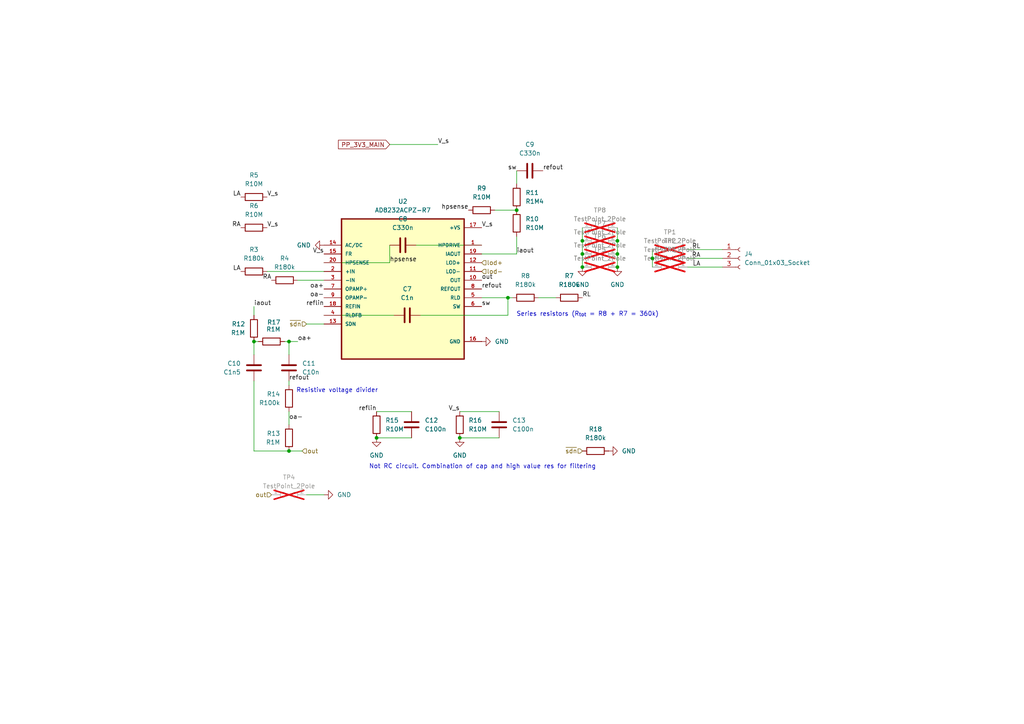
<source format=kicad_sch>
(kicad_sch (version 20231120) (generator "eeschema") (generator_version "8.0")
  (paper "A4")
  (lib_symbols
    (symbol "Connector:Conn_01x03_Socket" (pin_names (offset 1.016) hide)
      (property "Reference" "J" (at 0 5.08 0))
      (property "Value" "Conn_01x03_Socket" (at 0 -5.08 0))
      (symbol "Conn_01x03_Socket_1_1"
        (arc (start 0 -2.032) (mid -0.5058 -2.54) (end 0 -3.048) (stroke (width 0.1524)))
        (polyline (pts (xy -1.27 -2.54) (xy -0.508 -2.54)) (stroke (width 0.1524)))
        (polyline (pts (xy -1.27 0) (xy -0.508 0)) (stroke (width 0.1524)))
        (polyline (pts (xy -1.27 2.54) (xy -0.508 2.54)) (stroke (width 0.1524)))
        (arc (start 0 0.508) (mid -0.5058 0) (end 0 -0.508) (stroke (width 0.1524)))
        (arc (start 0 3.048) (mid -0.5058 2.54) (end 0 2.032) (stroke (width 0.1524)))
        (pin passive line (at -5.08 2.54 0) (length 3.81) (name "Pin_1") (number "1"))
        (pin passive line (at -5.08 0 0) (length 3.81) (name "Pin_2") (number "2"))
        (pin passive line (at -5.08 -2.54 0) (length 3.81) (name "Pin_3") (number "3"))
      )
    )
    (symbol "Connector:TestPoint_2Pole" (pin_names (offset 0.762) hide)
      (property "Reference" "TP" (at 0 1.524 0))
      (property "Value" "TestPoint_2Pole" (at 0 -1.778 0))
      (symbol "TestPoint_2Pole_0_1"
        (circle (center -1.778 0) (radius 0.762))
        (circle (center 1.778 0) (radius 0.762))
        (pin passive line (at -5.08 0 0) (length 2.54) (name "1") (number "1"))
        (pin passive line (at 5.08 0 180) (length 2.54) (name "2") (number "2"))
      )
    )
    (symbol "Device:C" (pin_numbers hide) (pin_names (offset 0.254))
      (property "Reference" "C" (at 0.635 2.54 0))
      (property "Value" "C" (at 0.635 -2.54 0))
      (symbol "C_0_1"
        (polyline (pts (xy -2.032 -0.762) (xy 2.032 -0.762)) (stroke (width 0.508)))
        (polyline (pts (xy -2.032 0.762) (xy 2.032 0.762)) (stroke (width 0.508)))
      )
      (symbol "C_1_1"
        (pin passive line (at 0 3.81 270) (length 2.794) (name "~") (number "1"))
        (pin passive line (at 0 -3.81 90) (length 2.794) (name "~") (number "2"))
      )
    )
    (symbol "Device:R" (pin_numbers hide) (pin_names (offset 0))
      (property "Reference" "R" (at 2.032 0 90))
      (property "Value" "R" (at 0 0 90))
      (symbol "R_0_1"
        (rectangle (start -1.016 -2.54) (end 1.016 2.54) (stroke (width 0.254)))
      )
      (symbol "R_1_1"
        (pin passive line (at 0 3.81 270) (length 1.27) (name "~") (number "1"))
        (pin passive line (at 0 -3.81 90) (length 1.27) (name "~") (number "2"))
      )
    )
    (symbol "aaasymlib:AD8232ACPZ-R7" (pin_names (offset 1.016))
      (property "Reference" "U" (at -17.78 21.32 0))
      (property "Value" "AD8232ACPZ-R7" (at -17.78 -24.32 0))
      (symbol "AD8232ACPZ-R7_0_0"
        (rectangle (start -17.78 -20.32) (end 17.78 20.32) (stroke (width 0.41)) (fill (type background)))
        (pin output line (at 22.86 12.7 180) (length 5.08) (name "HPDRIVE") (number "1"))
        (pin output line (at 22.86 2.54 180) (length 5.08) (name "OUT") (number "10"))
        (pin output line (at 22.86 5.08 180) (length 5.08) (name "LOD-") (number "11"))
        (pin output line (at 22.86 7.62 180) (length 5.08) (name "LOD+") (number "12"))
        (pin input line (at -22.86 -10.16 0) (length 5.08) (name "SDN") (number "13"))
        (pin input line (at -22.86 12.7 0) (length 5.08) (name "AC/DC") (number "14"))
        (pin input line (at -22.86 10.16 0) (length 5.08) (name "FR") (number "15"))
        (pin power_in line (at 22.86 -15.24 180) (length 5.08) (name "GND") (number "16"))
        (pin power_in line (at 22.86 17.78 180) (length 5.08) (name "+VS") (number "17"))
        (pin input line (at -22.86 -5.08 0) (length 5.08) (name "REFIN") (number "18"))
        (pin output line (at 22.86 10.16 180) (length 5.08) (name "IAOUT") (number "19"))
        (pin input line (at -22.86 5.08 0) (length 5.08) (name "+IN") (number "2"))
        (pin input line (at -22.86 7.62 0) (length 5.08) (name "HPSENSE") (number "20"))
        (pin input line (at -22.86 2.54 0) (length 5.08) (name "-IN") (number "3"))
        (pin input line (at -22.86 -7.62 0) (length 5.08) (name "RLDFB") (number "4"))
        (pin output line (at 22.86 -2.54 180) (length 5.08) (name "RLD") (number "5"))
        (pin output line (at 22.86 -5.08 180) (length 5.08) (name "SW") (number "6"))
        (pin input line (at -22.86 0 0) (length 5.08) (name "OPAMP+") (number "7"))
        (pin output line (at 22.86 0 180) (length 5.08) (name "REFOUT") (number "8"))
        (pin input line (at -22.86 -2.54 0) (length 5.08) (name "OPAMP-") (number "9"))
      )
    )
    (symbol "power:GND" (power) (pin_numbers hide) (pin_names (offset 0) hide)
      (property "Value" "GND" (at 0 -3.81 0))
      (symbol "GND_0_1"
        (polyline (pts (xy 0 0) (xy 0 -1.27) (xy 1.27 -1.27) (xy 0 -2.54) (xy -1.27 -1.27) (xy 0 -1.27)))
      )
      (symbol "GND_1_1"
        (pin power_in line (at 0 0 270) (length 0) (name "~") (number "1"))
      )
    )
  )
  (junction (at 147.32 86.36))
  (junction (at 168.91 69.85))
  (junction (at 133.35 127))
  (junction (at 179.07 77.47))
  (junction (at 189.23 74.93))
  (junction (at 109.22 127))
  (junction (at 73.66 99.06))
  (junction (at 83.82 99.06))
  (junction (at 168.91 77.47))
  (junction (at 168.91 73.66))
  (junction (at 149.86 60.96))
  (junction (at 83.82 130.81))
  (junction (at 179.07 73.66))
  (junction (at 179.07 69.85))
  (wire (pts (xy 148.59 86.36) (xy 147.32 86.36)))
  (wire (pts (xy 189.23 74.93) (xy 189.23 77.47)))
  (wire (pts (xy 179.07 73.66) (xy 179.07 77.47)))
  (wire (pts (xy 109.22 119.38) (xy 119.38 119.38)))
  (wire (pts (xy 127 41.91) (xy 113.03 41.91)))
  (wire (pts (xy 109.22 127) (xy 119.38 127)))
  (wire (pts (xy 179.07 66.04) (xy 179.07 69.85)))
  (wire (pts (xy 113.03 76.2) (xy 93.98 76.2)))
  (wire (pts (xy 133.35 127) (xy 144.78 127)))
  (wire (pts (xy 143.51 60.96) (xy 149.86 60.96)))
  (wire (pts (xy 73.66 99.06) (xy 74.93 99.06)))
  (wire (pts (xy 209.55 77.47) (xy 199.39 77.47)))
  (wire (pts (xy 199.39 74.93) (xy 209.55 74.93)))
  (wire (pts (xy 139.7 73.66) (xy 149.86 73.66)))
  (wire (pts (xy 86.36 81.28) (xy 93.98 81.28)))
  (wire (pts (xy 82.55 99.06) (xy 83.82 99.06)))
  (wire (pts (xy 73.66 130.81) (xy 83.82 130.81)))
  (wire (pts (xy 189.23 72.39) (xy 189.23 74.93)))
  (wire (pts (xy 168.91 69.85) (xy 168.91 73.66)))
  (wire (pts (xy 168.91 73.66) (xy 168.91 77.47)))
  (wire (pts (xy 83.82 111.76) (xy 83.82 110.49)))
  (wire (pts (xy 209.55 72.39) (xy 199.39 72.39)))
  (wire (pts (xy 73.66 110.49) (xy 73.66 130.81)))
  (wire (pts (xy 168.91 66.04) (xy 168.91 69.85)))
  (wire (pts (xy 161.29 86.36) (xy 156.21 86.36)))
  (wire (pts (xy 93.98 91.44) (xy 114.3 91.44)))
  (wire (pts (xy 77.47 78.74) (xy 93.98 78.74)))
  (wire (pts (xy 113.03 71.12) (xy 113.03 76.2)))
  (wire (pts (xy 179.07 69.85) (xy 179.07 73.66)))
  (wire (pts (xy 147.32 91.44) (xy 147.32 86.36)))
  (wire (pts (xy 93.98 143.51) (xy 88.9 143.51)))
  (wire (pts (xy 83.82 130.81) (xy 87.63 130.81)))
  (wire (pts (xy 149.86 49.53) (xy 149.86 53.34)))
  (wire (pts (xy 149.86 73.66) (xy 149.86 68.58)))
  (wire (pts (xy 133.35 119.38) (xy 144.78 119.38)))
  (wire (pts (xy 73.66 102.87) (xy 73.66 99.06)))
  (wire (pts (xy 83.82 119.38) (xy 83.82 123.19)))
  (wire (pts (xy 83.82 99.06) (xy 83.82 102.87)))
  (wire (pts (xy 120.65 71.12) (xy 139.7 71.12)))
  (wire (pts (xy 147.32 86.36) (xy 139.7 86.36)))
  (wire (pts (xy 73.66 88.9) (xy 73.66 91.44)))
  (wire (pts (xy 83.82 99.06) (xy 86.36 99.06)))
  (wire (pts (xy 121.92 91.44) (xy 147.32 91.44)))
  (wire (pts (xy 88.9 93.98) (xy 93.98 93.98)))
  (text "Not RC circuit. Combination of cap and high value res for filtering\n" (at 139.954 135.382 0) (effects (font (size 1.27 1.27))))
  (text "Series resistors (R_{tot} = R8 + R7 = 360k)" (at 170.434 91.186 0) (effects (font (size 1.27 1.27))))
  (text "\nResistive voltage divider" (at 97.79 112.268 0) (effects (font (size 1.27 1.27))))
  (label "hpsense" (at 135.89 60.96 180))
  (label "oa-" (at 83.82 121.92 0))
  (label "RA" (at 78.74 81.28 180))
  (label "V_s" (at 127 41.91 0))
  (label "out" (at 139.7 81.28 0))
  (label "RA" (at 69.85 66.04 180))
  (label "RL" (at 203.2 72.39 180))
  (label "refout" (at 157.48 49.53 0))
  (label "LA" (at 69.85 57.15 180))
  (label "reflin" (at 93.98 88.9 180))
  (label "V_s" (at 77.47 57.15 0))
  (label "sw" (at 139.7 88.9 0))
  (label "refout" (at 139.7 83.82 0))
  (label "reflin" (at 109.22 119.38 180))
  (label "V_s" (at 77.47 66.04 0))
  (label "refout" (at 83.82 110.49 0))
  (label "hpsense" (at 113.03 76.2 0))
  (label "LA" (at 203.2 77.47 180))
  (label "iaout" (at 149.86 73.66 0))
  (label "oa+" (at 86.36 99.06 0))
  (label "RA" (at 203.2 74.93 180))
  (label "iaout" (at 73.66 88.9 0))
  (label "oa-" (at 93.98 86.36 180))
  (label "LA" (at 69.85 78.74 180))
  (label "V_s" (at 139.7 66.04 0))
  (label "RL" (at 168.91 86.36 0))
  (label "oa+" (at 93.98 83.82 180))
  (label "V_s" (at 133.35 119.38 180))
  (label "sw" (at 149.86 49.53 180))
  (label "V_s" (at 93.98 73.66 180))
  (global_label "PP_3V3_MAIN" (shape input) (at 113.03 41.91 180) (property "Intersheetrefs" "${INTERSHEET_REFS}" (effects (hide yes))))
  (hierarchical_label "out" (shape input) (at 87.63 130.81 0))
  (hierarchical_label "~{sdn}" (shape input) (at 168.91 130.81 180))
  (hierarchical_label "out" (shape input) (at 78.74 143.51 180))
  (hierarchical_label "lod-" (shape input) (at 139.7 78.74 0))
  (hierarchical_label "lod+" (shape input) (at 139.7 76.2 0))
  (hierarchical_label "~{sdn}" (shape input) (at 88.9 93.98 180))
  (symbol (lib_id "power:GND") (at 109.22 127 0) (unit 1)
    (property "Reference" "#PWR014" (effects (hide yes)))
    (property "Value" "GND" (at 109.22 132.08 0))
    (property "Description" "Power symbol creates a global label with name \"GND\" , ground" (effects (hide yes)))
  )
  (symbol (lib_id "Device:C") (at 153.67 49.53 270) (unit 1)
    (property "Reference" "C9" (at 153.67 41.91 90))
    (property "Value" "C330n" (at 153.67 44.45 90))
    (property "Footprint" "Capacitor_SMD:C_0402_1005Metric" (effects (hide yes)))
    (property "Description" "Unpolarized capacitor" (effects (hide yes)))
    (property "LCSC" "C107013" (effects (hide yes)))
  )
  (symbol (lib_id "Connector:Conn_01x03_Socket") (at 214.63 74.93 0) (unit 1)
    (property "Reference" "J4" (at 215.9 73.6599 0) (effects (justify left)))
    (property "Value" "Conn_01x03_Socket" (at 215.9 76.1999 0) (effects (justify left)))
    (property "Footprint" "Connector_Molex:Molex_Micro-Fit_3.0_43650-0300_1x03_P3.00mm_Horizontal" (effects (hide yes)))
    (property "Description" "Generic connector, single row, 01x03, script generated" (effects (hide yes)))
    (property "LCSC" "C503478" (effects (hide yes)))
  )
  (symbol (lib_id "power:GND") (at 93.98 143.51 90) (unit 1)
    (property "Reference" "#PWR019" (effects (hide yes)))
    (property "Value" "GND" (at 97.79 143.5099 90) (effects (justify right)))
    (property "Description" "Power symbol creates a global label with name \"GND\" , ground" (effects (hide yes)))
  )
  (symbol (lib_id "Device:R") (at 73.66 66.04 90) (unit 1)
    (property "Reference" "R6" (at 73.66 59.69 90))
    (property "Value" "R10M" (at 73.66 62.23 90))
    (property "Footprint" "Resistor_SMD:R_0402_1005Metric" (effects (hide yes)))
    (property "Description" "Resistor" (effects (hide yes)))
    (property "LCSC" "C138067" (effects (hide yes)))
  )
  (symbol (lib_id "Device:R") (at 83.82 115.57 0) (mirror y) (unit 1)
    (property "Reference" "R14" (at 81.28 114.2999 0) (effects (justify left)))
    (property "Value" "R100k" (at 81.28 116.8399 0) (effects (justify left)))
    (property "Footprint" "Resistor_SMD:R_0402_1005Metric" (effects (hide yes)))
    (property "Description" "Resistor" (effects (hide yes)))
    (property "LCSC" "C60491" (effects (hide yes)))
  )
  (symbol (lib_id "Connector:TestPoint_2Pole") (at 173.99 73.66 0) (unit 1) (dnp yes)
    (property "Reference" "TP6" (at 173.99 68.58 0))
    (property "Value" "TestPoint_2Pole" (at 173.99 71.12 0))
    (property "Footprint" "TestPoint:TestPoint_Bridge_Pitch2.54mm_Drill0.7mm" (effects (hide yes)))
    (property "Description" "2-polar test point" (effects (hide yes)))
  )
  (symbol (lib_id "Device:R") (at 82.55 81.28 90) (unit 1)
    (property "Reference" "R4" (at 82.55 74.93 90))
    (property "Value" "R180k" (at 82.55 77.47 90))
    (property "Footprint" "Resistor_SMD:R_0402_1005Metric" (effects (hide yes)))
    (property "Description" "Resistor" (effects (hide yes)))
    (property "LCSC" "C138046" (effects (hide yes)))
  )
  (symbol (lib_id "Connector:TestPoint_2Pole") (at 173.99 69.85 0) (unit 1) (dnp yes)
    (property "Reference" "TP7" (at 173.99 64.77 0))
    (property "Value" "TestPoint_2Pole" (at 173.99 67.31 0))
    (property "Footprint" "TestPoint:TestPoint_Bridge_Pitch2.54mm_Drill0.7mm" (effects (hide yes)))
    (property "Description" "2-polar test point" (effects (hide yes)))
  )
  (symbol (lib_id "Connector:TestPoint_2Pole") (at 83.82 143.51 0) (unit 1) (dnp yes)
    (property "Reference" "TP4" (at 83.82 138.43 0))
    (property "Value" "TestPoint_2Pole" (at 83.82 140.97 0))
    (property "Footprint" "TestPoint:TestPoint_Bridge_Pitch2.54mm_Drill0.7mm" (effects (hide yes)))
    (property "Description" "2-polar test point" (effects (hide yes)))
  )
  (symbol (lib_id "Device:R") (at 149.86 57.15 180) (unit 1)
    (property "Reference" "R11" (at 152.4 55.8799 0) (effects (justify right)))
    (property "Value" "R1M4" (at 152.4 58.4199 0) (effects (justify right)))
    (property "Footprint" "Resistor_SMD:R_0402_1005Metric" (effects (hide yes)))
    (property "Description" "Resistor" (effects (hide yes)))
    (property "LCSC" "C270644" (effects (hide yes)))
  )
  (symbol (lib_id "Device:R") (at 73.66 95.25 0) (mirror y) (unit 1)
    (property "Reference" "R12" (at 71.12 93.9799 0) (effects (justify left)))
    (property "Value" "R1M" (at 71.12 96.5199 0) (effects (justify left)))
    (property "Footprint" "Resistor_SMD:R_0402_1005Metric" (effects (hide yes)))
    (property "Description" "Resistor" (effects (hide yes)))
    (property "LCSC" "C138033" (effects (hide yes)))
  )
  (symbol (lib_id "Device:C") (at 73.66 106.68 0) (mirror y) (unit 1)
    (property "Reference" "C10" (at 69.85 105.4099 0) (effects (justify left)))
    (property "Value" "C1n5" (at 69.85 107.9499 0) (effects (justify left)))
    (property "Footprint" "Capacitor_SMD:C_0402_1005Metric" (effects (hide yes)))
    (property "Description" "Unpolarized capacitor" (effects (hide yes)))
    (property "LCSC" "C107022" (effects (hide yes)))
  )
  (symbol (lib_id "Connector:TestPoint_2Pole") (at 194.31 72.39 0) (mirror y) (unit 1) (dnp yes)
    (property "Reference" "TP1" (at 194.31 67.31 0))
    (property "Value" "TestPoint_2Pole" (at 194.31 69.85 0))
    (property "Footprint" "TestPoint:TestPoint_Bridge_Pitch2.54mm_Drill0.7mm" (effects (hide yes)))
    (property "Description" "2-polar test point" (effects (hide yes)))
  )
  (symbol (lib_id "power:GND") (at 179.07 77.47 0) (unit 1)
    (property "Reference" "#PWR018" (effects (hide yes)))
    (property "Value" "GND" (at 179.07 82.55 0))
    (property "Description" "Power symbol creates a global label with name \"GND\" , ground" (effects (hide yes)))
  )
  (symbol (lib_id "Device:R") (at 149.86 64.77 180) (unit 1)
    (property "Reference" "R10" (at 152.4 63.4999 0) (effects (justify right)))
    (property "Value" "R10M" (at 152.4 66.0399 0) (effects (justify right)))
    (property "Footprint" "Resistor_SMD:R_0402_1005Metric" (effects (hide yes)))
    (property "Description" "Resistor" (effects (hide yes)))
    (property "LCSC" "C138067" (effects (hide yes)))
  )
  (symbol (lib_id "Device:R") (at 78.74 99.06 270) (mirror x) (unit 1)
    (property "Reference" "R17" (at 77.47 93.472 90) (effects (justify left)))
    (property "Value" "R1M" (at 77.216 95.504 90) (effects (justify left)))
    (property "Footprint" "Resistor_SMD:R_0402_1005Metric" (effects (hide yes)))
    (property "Description" "Resistor" (effects (hide yes)))
    (property "LCSC" "C138033" (effects (hide yes)))
  )
  (symbol (lib_id "Device:R") (at 73.66 78.74 90) (unit 1)
    (property "Reference" "R3" (at 73.66 72.39 90))
    (property "Value" "R180k" (at 73.66 74.93 90))
    (property "Footprint" "Resistor_SMD:R_0402_1005Metric" (effects (hide yes)))
    (property "Description" "Resistor" (effects (hide yes)))
    (property "LCSC" "C138046" (effects (hide yes)))
  )
  (symbol (lib_id "Connector:TestPoint_2Pole") (at 194.31 77.47 0) (mirror y) (unit 1) (dnp yes)
    (property "Reference" "TP3" (at 194.31 72.39 0))
    (property "Value" "TestPoint_2Pole" (at 194.31 74.93 0))
    (property "Footprint" "TestPoint:TestPoint_Bridge_Pitch2.54mm_Drill0.7mm" (effects (hide yes)))
    (property "Description" "2-polar test point" (effects (hide yes)))
  )
  (symbol (lib_id "Device:R") (at 133.35 123.19 180) (unit 1)
    (property "Reference" "R16" (at 135.89 121.9199 0) (effects (justify right)))
    (property "Value" "R10M" (at 135.89 124.4599 0) (effects (justify right)))
    (property "Footprint" "Resistor_SMD:R_0402_1005Metric" (effects (hide yes)))
    (property "Description" "Resistor" (effects (hide yes)))
    (property "LCSC" "C138067" (effects (hide yes)))
  )
  (symbol (lib_id "Connector:TestPoint_2Pole") (at 173.99 77.47 0) (unit 1) (dnp yes)
    (property "Reference" "TP5" (at 173.99 72.39 0))
    (property "Value" "TestPoint_2Pole" (at 173.99 74.93 0))
    (property "Footprint" "TestPoint:TestPoint_Bridge_Pitch2.54mm_Drill0.7mm" (effects (hide yes)))
    (property "Description" "2-polar test point" (effects (hide yes)))
  )
  (symbol (lib_id "Device:C") (at 118.11 91.44 90) (unit 1)
    (property "Reference" "C7" (at 118.11 83.82 90))
    (property "Value" "C1n" (at 118.11 86.36 90))
    (property "Footprint" "Capacitor_SMD:C_0402_1005Metric" (effects (hide yes)))
    (property "Description" "Unpolarized capacitor" (effects (hide yes)))
    (property "LCSC" "C106205" (effects (hide yes)))
  )
  (symbol (lib_id "power:GND") (at 133.35 127 0) (unit 1)
    (property "Reference" "#PWR015" (effects (hide yes)))
    (property "Value" "GND" (at 133.35 132.08 0))
    (property "Description" "Power symbol creates a global label with name \"GND\" , ground" (effects (hide yes)))
  )
  (symbol (lib_id "Device:R") (at 165.1 86.36 90) (unit 1)
    (property "Reference" "R7" (at 165.1 80.01 90))
    (property "Value" "R180k" (at 165.1 82.55 90))
    (property "Footprint" "Resistor_SMD:R_0402_1005Metric" (effects (hide yes)))
    (property "Description" "Resistor" (effects (hide yes)))
    (property "LCSC" "C138046" (effects (hide yes)))
  )
  (symbol (lib_id "Device:C") (at 83.82 106.68 0) (unit 1)
    (property "Reference" "C11" (at 87.63 105.4099 0) (effects (justify left)))
    (property "Value" "C10n" (at 87.63 107.9499 0) (effects (justify left)))
    (property "Footprint" "Capacitor_SMD:C_0402_1005Metric" (effects (hide yes)))
    (property "Description" "Unpolarized capacitor" (effects (hide yes)))
    (property "LCSC" "C60133" (effects (hide yes)))
  )
  (symbol (lib_id "Device:R") (at 172.72 130.81 90) (unit 1)
    (property "Reference" "R18" (at 172.72 124.46 90))
    (property "Value" "R180k" (at 172.72 127 90))
    (property "Footprint" "Resistor_SMD:R_0402_1005Metric" (effects (hide yes)))
    (property "Description" "Resistor" (effects (hide yes)))
    (property "LCSC" "C138046" (effects (hide yes)))
  )
  (symbol (lib_id "Device:R") (at 139.7 60.96 90) (unit 1)
    (property "Reference" "R9" (at 139.7 54.61 90))
    (property "Value" "R10M" (at 139.7 57.15 90))
    (property "Footprint" "Resistor_SMD:R_0402_1005Metric" (effects (hide yes)))
    (property "Description" "Resistor" (effects (hide yes)))
    (property "LCSC" "C138067" (effects (hide yes)))
  )
  (symbol (lib_id "Device:R") (at 152.4 86.36 90) (unit 1)
    (property "Reference" "R8" (at 152.4 80.01 90))
    (property "Value" "R180k" (at 152.4 82.55 90))
    (property "Footprint" "Resistor_SMD:R_0402_1005Metric" (effects (hide yes)))
    (property "Description" "Resistor" (effects (hide yes)))
    (property "LCSC" "C138046" (effects (hide yes)))
  )
  (symbol (lib_id "Connector:TestPoint_2Pole") (at 173.99 66.04 0) (unit 1) (dnp yes)
    (property "Reference" "TP8" (at 173.99 60.96 0))
    (property "Value" "TestPoint_2Pole" (at 173.99 63.5 0))
    (property "Footprint" "TestPoint:TestPoint_Bridge_Pitch2.54mm_Drill0.7mm" (effects (hide yes)))
    (property "Description" "2-polar test point" (effects (hide yes)))
  )
  (symbol (lib_id "power:GND") (at 176.53 130.81 90) (unit 1)
    (property "Reference" "#PWR016" (effects (hide yes)))
    (property "Value" "GND" (at 180.34 130.8099 90) (effects (justify right)))
    (property "Description" "Power symbol creates a global label with name \"GND\" , ground" (effects (hide yes)))
  )
  (symbol (lib_id "Device:C") (at 119.38 123.19 0) (unit 1)
    (property "Reference" "C12" (at 123.19 121.9199 0) (effects (justify left)))
    (property "Value" "C100n" (at 123.19 124.4599 0) (effects (justify left)))
    (property "Footprint" "Capacitor_SMD:C_0402_1005Metric" (effects (hide yes)))
    (property "Description" "Unpolarized capacitor" (effects (hide yes)))
    (property "LCSC" "C60474" (effects (hide yes)))
  )
  (symbol (lib_id "Device:R") (at 109.22 123.19 180) (unit 1)
    (property "Reference" "R15" (at 111.76 121.9199 0) (effects (justify right)))
    (property "Value" "R10M" (at 111.76 124.4599 0) (effects (justify right)))
    (property "Footprint" "Resistor_SMD:R_0402_1005Metric" (effects (hide yes)))
    (property "Description" "Resistor" (effects (hide yes)))
    (property "LCSC" "C138067" (effects (hide yes)))
  )
  (symbol (lib_id "Device:R") (at 83.82 127 0) (mirror y) (unit 1)
    (property "Reference" "R13" (at 81.28 125.7299 0) (effects (justify left)))
    (property "Value" "R1M" (at 81.28 128.2699 0) (effects (justify left)))
    (property "Footprint" "Resistor_SMD:R_0402_1005Metric" (effects (hide yes)))
    (property "Description" "Resistor" (effects (hide yes)))
    (property "LCSC" "C138033" (effects (hide yes)))
  )
  (symbol (lib_id "Device:C") (at 144.78 123.19 0) (unit 1)
    (property "Reference" "C13" (at 148.59 121.9199 0) (effects (justify left)))
    (property "Value" "C100n" (at 148.59 124.4599 0) (effects (justify left)))
    (property "Footprint" "Capacitor_SMD:C_0402_1005Metric" (effects (hide yes)))
    (property "Description" "Unpolarized capacitor" (effects (hide yes)))
    (property "LCSC" "C60474" (effects (hide yes)))
  )
  (symbol (lib_id "Device:R") (at 73.66 57.15 90) (unit 1)
    (property "Reference" "R5" (at 73.66 50.8 90))
    (property "Value" "R10M" (at 73.66 53.34 90))
    (property "Footprint" "Resistor_SMD:R_0402_1005Metric" (effects (hide yes)))
    (property "Description" "Resistor" (effects (hide yes)))
    (property "LCSC" "C138067" (effects (hide yes)))
  )
  (symbol (lib_id "power:GND") (at 168.91 77.47 0) (unit 1)
    (property "Reference" "#PWR020" (effects (hide yes)))
    (property "Value" "GND" (at 168.91 82.55 0))
    (property "Description" "Power symbol creates a global label with name \"GND\" , ground" (effects (hide yes)))
  )
  (symbol (lib_id "power:GND") (at 93.98 71.12 270) (unit 1)
    (property "Reference" "#PWR012" (effects (hide yes)))
    (property "Value" "GND" (at 90.17 71.1199 90) (effects (justify right)))
    (property "Description" "Power symbol creates a global label with name \"GND\" , ground" (effects (hide yes)))
  )
  (symbol (lib_id "Device:C") (at 116.84 71.12 270) (unit 1)
    (property "Reference" "C8" (at 116.84 63.5 90))
    (property "Value" "C330n" (at 116.84 66.04 90))
    (property "Footprint" "Capacitor_SMD:C_0402_1005Metric" (effects (hide yes)))
    (property "Description" "Unpolarized capacitor" (effects (hide yes)))
    (property "LCSC" "C107013" (effects (hide yes)))
  )
  (symbol (lib_id "power:GND") (at 139.7 99.06 90) (unit 1)
    (property "Reference" "#PWR013" (effects (hide yes)))
    (property "Value" "GND" (at 143.51 99.0599 90) (effects (justify right)))
    (property "Description" "Power symbol creates a global label with name \"GND\" , ground" (effects (hide yes)))
  )
  (symbol (lib_id "aaasymlib:AD8232ACPZ-R7") (at 116.84 83.82 0) (unit 1)
    (property "Reference" "U2" (at 116.84 58.42 0))
    (property "Value" "AD8232ACPZ-R7" (at 116.84 60.96 0))
    (property "Footprint" "aaafootlib:QFN50P400X400X100-21N" (effects (hide yes)))
    (property "LCSC" "C43216" (effects (hide yes)))
  )
  (symbol (lib_id "Connector:TestPoint_2Pole") (at 194.31 74.93 0) (mirror y) (unit 1) (dnp yes)
    (property "Reference" "TP2" (at 194.31 69.85 0))
    (property "Value" "TestPoint_2Pole" (at 194.31 72.39 0))
    (property "Footprint" "TestPoint:TestPoint_Bridge_Pitch2.54mm_Drill0.7mm" (effects (hide yes)))
    (property "Description" "2-polar test point" (effects (hide yes)))
  )
)
</source>
